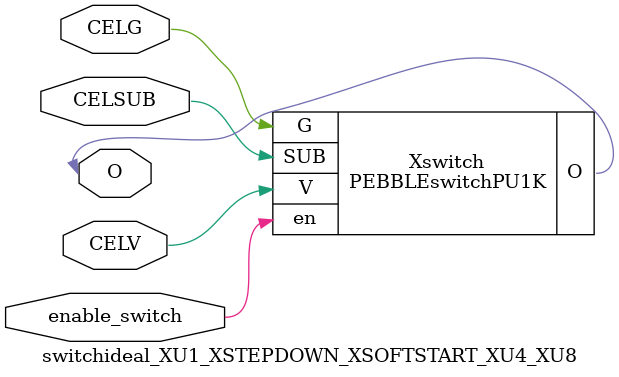
<source format=v>



module PEBBLEswitchPU1K ( O, G, SUB, V, en );

  input V;
  input en;
  input G;
  input SUB;
  inout O;
endmodule

//Celera Confidential Do Not Copy switchideal_XU1_XSTEPDOWN_XSOFTSTART_XU4_XU8
//Celera Confidential Symbol Generator
//1000 Ohm pullupSwitch
module switchideal_XU1_XSTEPDOWN_XSOFTSTART_XU4_XU8 (CELV,O,enable_switch,CELG,CELSUB);
input CELV;
input enable_switch;
inout O;
input CELG;
input CELSUB;

//Celera Confidential Do Not Copy PEBBLEswitchPU1K
PEBBLEswitchPU1K Xswitch(
.V (CELV),
.O (O),
.en (enable_switch),
.SUB (CELSUB),
.G (CELG)
);
//,diesize,PEBBLEswitchPU1K

//Celera Confidential Do Not Copy Module End
//Celera Schematic Generator
endmodule

</source>
